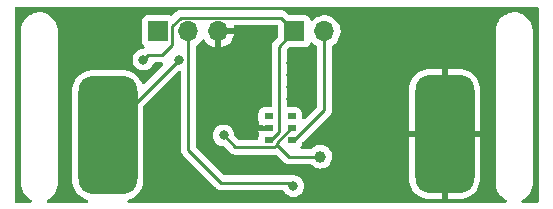
<source format=gbr>
%TF.GenerationSoftware,KiCad,Pcbnew,(6.0.4)*%
%TF.CreationDate,2022-08-01T11:19:28+10:00*%
%TF.ProjectId,GSR + ST V2,47535220-2b20-4535-9420-56322e6b6963,rev?*%
%TF.SameCoordinates,Original*%
%TF.FileFunction,Copper,L2,Bot*%
%TF.FilePolarity,Positive*%
%FSLAX46Y46*%
G04 Gerber Fmt 4.6, Leading zero omitted, Abs format (unit mm)*
G04 Created by KiCad (PCBNEW (6.0.4)) date 2022-08-01 11:19:28*
%MOMM*%
%LPD*%
G01*
G04 APERTURE LIST*
G04 Aperture macros list*
%AMRoundRect*
0 Rectangle with rounded corners*
0 $1 Rounding radius*
0 $2 $3 $4 $5 $6 $7 $8 $9 X,Y pos of 4 corners*
0 Add a 4 corners polygon primitive as box body*
4,1,4,$2,$3,$4,$5,$6,$7,$8,$9,$2,$3,0*
0 Add four circle primitives for the rounded corners*
1,1,$1+$1,$2,$3*
1,1,$1+$1,$4,$5*
1,1,$1+$1,$6,$7*
1,1,$1+$1,$8,$9*
0 Add four rect primitives between the rounded corners*
20,1,$1+$1,$2,$3,$4,$5,0*
20,1,$1+$1,$4,$5,$6,$7,0*
20,1,$1+$1,$6,$7,$8,$9,0*
20,1,$1+$1,$8,$9,$2,$3,0*%
G04 Aperture macros list end*
%TA.AperFunction,ComponentPad*%
%ADD10R,1.700000X1.700000*%
%TD*%
%TA.AperFunction,ComponentPad*%
%ADD11O,1.700000X1.700000*%
%TD*%
%TA.AperFunction,SMDPad,CuDef*%
%ADD12RoundRect,0.037100X0.317900X0.227900X-0.317900X0.227900X-0.317900X-0.227900X0.317900X-0.227900X0*%
%TD*%
%TA.AperFunction,SMDPad,CuDef*%
%ADD13RoundRect,1.250000X-1.250000X3.750000X-1.250000X-3.750000X1.250000X-3.750000X1.250000X3.750000X0*%
%TD*%
%TA.AperFunction,SMDPad,CuDef*%
%ADD14C,1.000000*%
%TD*%
%TA.AperFunction,ViaPad*%
%ADD15C,0.800000*%
%TD*%
%TA.AperFunction,Conductor*%
%ADD16C,0.250000*%
%TD*%
G04 APERTURE END LIST*
D10*
%TO.P,J2,1,Pin_1*%
%TO.N,Net-(J2-Pad1)*%
X198200000Y-108000000D03*
D11*
%TO.P,J2,2,Pin_2*%
%TO.N,Net-(J2-Pad2)*%
X200740000Y-108000000D03*
%TD*%
D10*
%TO.P,J1,1,Pin_1*%
%TO.N,+3V3*%
X186675000Y-108000000D03*
D11*
%TO.P,J1,2,Pin_2*%
%TO.N,Net-(C7-Pad1)*%
X189215000Y-108000000D03*
%TO.P,J1,3,Pin_3*%
%TO.N,GND*%
X191755000Y-108000000D03*
%TD*%
D12*
%TO.P,U4,1,NC*%
%TO.N,unconnected-(U4-Pad1)*%
X197985000Y-115200000D03*
%TO.P,U4,2,VDD*%
%TO.N,Net-(C8-Pad1)*%
X197985000Y-116200000D03*
%TO.P,U4,3,SCL*%
%TO.N,Net-(J2-Pad2)*%
X197985000Y-117200000D03*
%TO.P,U4,4,SDA*%
%TO.N,Net-(J2-Pad1)*%
X196015000Y-117200000D03*
%TO.P,U4,5,GND*%
%TO.N,GND*%
X196015000Y-116200000D03*
%TO.P,U4,6,NC*%
%TO.N,unconnected-(U4-Pad6)*%
X196015000Y-115200000D03*
%TD*%
D13*
%TO.P,U2,1,Electrode_1*%
%TO.N,GND*%
X210905000Y-116695000D03*
%TD*%
D14*
%TO.P,TP1,1,1*%
%TO.N,Net-(C8-Pad1)*%
X200400000Y-118600000D03*
%TD*%
D13*
%TO.P,U1,1,Electrode_1*%
%TO.N,Net-(C3-Pad2)*%
X182400000Y-116800000D03*
%TD*%
D15*
%TO.N,GND*%
X178600000Y-118200000D03*
X187200000Y-114500000D03*
X182000000Y-108100000D03*
X179600000Y-106900000D03*
X194400000Y-108200000D03*
X178400000Y-122000000D03*
X186800000Y-122000000D03*
X215000000Y-106500000D03*
X213000000Y-106500000D03*
X179600000Y-109200000D03*
X207100000Y-113300000D03*
X195600000Y-109700000D03*
X180800000Y-108100000D03*
X197900000Y-110700000D03*
X207100000Y-114200000D03*
X193900000Y-122000000D03*
X195600000Y-111700000D03*
X202600000Y-119000000D03*
X180800000Y-106900000D03*
X197900000Y-111700000D03*
X207100000Y-115100000D03*
X202600000Y-117800000D03*
X180800000Y-109200000D03*
X197900000Y-113700000D03*
X190000000Y-122000000D03*
X188200000Y-114500000D03*
X182000000Y-106900000D03*
X214900000Y-121900000D03*
X179600000Y-108100000D03*
X195600000Y-110700000D03*
X214000000Y-106500000D03*
X194400000Y-109200000D03*
X197900000Y-112700000D03*
X186200000Y-114500000D03*
X212000000Y-106500000D03*
%TO.N,Net-(C3-Pad2)*%
X188400000Y-110400000D03*
%TO.N,Net-(C7-Pad1)*%
X198100000Y-121100497D03*
%TO.N,Net-(C8-Pad1)*%
X192200000Y-116800000D03*
%TO.N,Net-(J2-Pad1)*%
X185400000Y-110400000D03*
%TD*%
D16*
%TO.N,Net-(C3-Pad2)*%
X182400000Y-116800000D02*
X182400000Y-116400000D01*
X182400000Y-116400000D02*
X188400000Y-110400000D01*
%TO.N,Net-(C7-Pad1)*%
X192000000Y-120800000D02*
X189215000Y-118015000D01*
X198100000Y-121100497D02*
X197799503Y-120800000D01*
X189215000Y-118015000D02*
X189215000Y-108000000D01*
X197799503Y-120800000D02*
X192000000Y-120800000D01*
%TO.N,Net-(C8-Pad1)*%
X193200000Y-117800000D02*
X192200000Y-116800000D01*
X196694520Y-117433273D02*
X196694520Y-117577687D01*
X196472207Y-117800000D02*
X193200000Y-117800000D01*
X197716833Y-118600000D02*
X196694520Y-117577687D01*
X200400000Y-118600000D02*
X197716833Y-118600000D01*
X196694520Y-117577687D02*
X196472207Y-117800000D01*
X197927793Y-116200000D02*
X196694520Y-117433273D01*
X197985000Y-116200000D02*
X197927793Y-116200000D01*
%TO.N,Net-(J2-Pad1)*%
X187024022Y-110000000D02*
X187849511Y-109174511D01*
X187849511Y-107550489D02*
X188574511Y-106825489D01*
X198200000Y-108000000D02*
X196900000Y-109300000D01*
X188574511Y-106825489D02*
X197025489Y-106825489D01*
X196900000Y-116500000D02*
X196200000Y-117200000D01*
X185400000Y-110400000D02*
X185800000Y-110000000D01*
X197025489Y-106825489D02*
X198200000Y-108000000D01*
X196900000Y-109300000D02*
X196900000Y-116500000D01*
X187849511Y-109174511D02*
X187849511Y-107550489D01*
X185800000Y-110000000D02*
X187024022Y-110000000D01*
X196200000Y-117200000D02*
X196015000Y-117200000D01*
%TO.N,Net-(J2-Pad2)*%
X198179822Y-117200000D02*
X200740000Y-114639822D01*
X197985000Y-117200000D02*
X198179822Y-117200000D01*
X200740000Y-114639822D02*
X200740000Y-108000000D01*
%TD*%
%TA.AperFunction,Conductor*%
%TO.N,GND*%
G36*
X218833621Y-105928502D02*
G01*
X218880114Y-105982158D01*
X218891500Y-106034500D01*
X218891500Y-122365500D01*
X218871498Y-122433621D01*
X218817842Y-122480114D01*
X218765500Y-122491500D01*
X217535946Y-122491500D01*
X217467825Y-122471498D01*
X217421332Y-122417842D01*
X217411228Y-122347568D01*
X217440722Y-122282988D01*
X217482696Y-122251305D01*
X217483501Y-122250930D01*
X217506550Y-122240182D01*
X217567731Y-122211653D01*
X217567735Y-122211651D01*
X217572313Y-122209516D01*
X217581901Y-122203000D01*
X217775552Y-122071395D01*
X217775556Y-122071392D01*
X217779739Y-122068549D01*
X217807015Y-122042756D01*
X217958279Y-121899713D01*
X217961959Y-121896233D01*
X217965490Y-121891615D01*
X218111212Y-121701019D01*
X218111215Y-121701015D01*
X218114285Y-121696999D01*
X218232797Y-121475974D01*
X218236312Y-121465768D01*
X218312799Y-121243633D01*
X218314448Y-121238844D01*
X218332331Y-121135311D01*
X218356460Y-120995620D01*
X218356461Y-120995614D01*
X218357135Y-120991710D01*
X218358500Y-120961650D01*
X218358500Y-107886985D01*
X218358298Y-107884472D01*
X218343863Y-107705056D01*
X218343862Y-107705051D01*
X218343457Y-107700015D01*
X218322744Y-107615685D01*
X218284841Y-107461375D01*
X218283634Y-107456461D01*
X218239078Y-107351492D01*
X218187617Y-107230259D01*
X218187617Y-107230258D01*
X218185641Y-107225604D01*
X218078704Y-107055791D01*
X218054696Y-107017666D01*
X218054695Y-107017665D01*
X218052000Y-107013385D01*
X217886147Y-106825262D01*
X217692351Y-106666076D01*
X217475596Y-106539922D01*
X217470873Y-106538109D01*
X217470871Y-106538108D01*
X217246181Y-106451857D01*
X217246183Y-106451857D01*
X217241461Y-106450045D01*
X217236515Y-106449012D01*
X217236509Y-106449010D01*
X217000921Y-106399794D01*
X217000922Y-106399794D01*
X216995967Y-106398759D01*
X216990918Y-106398530D01*
X216990912Y-106398529D01*
X216876494Y-106393334D01*
X216745432Y-106387382D01*
X216740412Y-106387963D01*
X216740408Y-106387963D01*
X216649093Y-106398529D01*
X216496301Y-106416208D01*
X216491427Y-106417587D01*
X216491423Y-106417588D01*
X216259852Y-106483116D01*
X216259850Y-106483117D01*
X216254983Y-106484494D01*
X216250408Y-106486628D01*
X216250401Y-106486630D01*
X216032269Y-106588347D01*
X216032265Y-106588349D01*
X216027687Y-106590484D01*
X216023506Y-106593326D01*
X216023505Y-106593326D01*
X215824448Y-106728605D01*
X215824444Y-106728608D01*
X215820261Y-106731451D01*
X215816584Y-106734928D01*
X215816583Y-106734929D01*
X215761795Y-106786739D01*
X215638041Y-106903767D01*
X215634963Y-106907793D01*
X215634962Y-106907794D01*
X215488788Y-107098981D01*
X215488785Y-107098985D01*
X215485715Y-107103001D01*
X215367203Y-107324026D01*
X215365557Y-107328807D01*
X215365555Y-107328811D01*
X215313844Y-107478991D01*
X215285552Y-107561156D01*
X215284690Y-107566148D01*
X215251658Y-107757386D01*
X215242865Y-107808290D01*
X215241500Y-107838350D01*
X215241500Y-120913015D01*
X215241702Y-120915523D01*
X215241702Y-120915528D01*
X215247832Y-120991710D01*
X215256543Y-121099985D01*
X215257748Y-121104893D01*
X215257749Y-121104896D01*
X215294285Y-121253643D01*
X215316366Y-121343539D01*
X215318341Y-121348191D01*
X215318342Y-121348195D01*
X215378404Y-121489691D01*
X215414359Y-121574396D01*
X215494880Y-121702262D01*
X215540341Y-121774452D01*
X215548000Y-121786615D01*
X215713853Y-121974738D01*
X215907649Y-122133924D01*
X216110078Y-122251740D01*
X216118430Y-122256601D01*
X216167244Y-122308155D01*
X216180437Y-122377915D01*
X216153820Y-122443733D01*
X216095845Y-122484713D01*
X216055050Y-122491500D01*
X184169217Y-122491500D01*
X184101096Y-122471498D01*
X184054603Y-122417842D01*
X184044499Y-122347568D01*
X184073993Y-122282988D01*
X184127054Y-122246764D01*
X184239951Y-122206674D01*
X184361624Y-122163468D01*
X184365748Y-122161271D01*
X184365754Y-122161268D01*
X184546293Y-122065071D01*
X184592293Y-122040561D01*
X184738262Y-121932353D01*
X184798514Y-121887688D01*
X184798519Y-121887684D01*
X184802262Y-121884909D01*
X184805555Y-121881611D01*
X184805560Y-121881606D01*
X184983615Y-121703240D01*
X184983616Y-121703238D01*
X184986918Y-121699931D01*
X185142203Y-121489691D01*
X185152020Y-121471189D01*
X185262519Y-121262933D01*
X185262520Y-121262931D01*
X185264708Y-121258807D01*
X185322574Y-121094944D01*
X185350183Y-121016763D01*
X185350184Y-121016759D01*
X185351740Y-121012353D01*
X185354978Y-120995620D01*
X185400594Y-120759844D01*
X185401388Y-120755741D01*
X185408500Y-120634241D01*
X185408499Y-114339595D01*
X185428501Y-114271474D01*
X185445404Y-114250500D01*
X188350499Y-111345405D01*
X188412811Y-111311379D01*
X188439594Y-111308500D01*
X188455500Y-111308500D01*
X188523621Y-111328502D01*
X188570114Y-111382158D01*
X188581500Y-111434500D01*
X188581500Y-117936233D01*
X188580973Y-117947416D01*
X188579298Y-117954909D01*
X188579547Y-117962835D01*
X188579547Y-117962836D01*
X188581438Y-118022986D01*
X188581500Y-118026945D01*
X188581500Y-118054856D01*
X188581997Y-118058790D01*
X188581997Y-118058791D01*
X188582005Y-118058856D01*
X188582938Y-118070693D01*
X188584327Y-118114889D01*
X188589978Y-118134339D01*
X188593987Y-118153700D01*
X188596526Y-118173797D01*
X188599445Y-118181168D01*
X188599445Y-118181170D01*
X188612804Y-118214912D01*
X188616649Y-118226142D01*
X188628982Y-118268593D01*
X188633015Y-118275412D01*
X188633017Y-118275417D01*
X188639293Y-118286028D01*
X188647988Y-118303776D01*
X188655448Y-118322617D01*
X188660110Y-118329033D01*
X188660110Y-118329034D01*
X188681436Y-118358387D01*
X188687952Y-118368307D01*
X188704133Y-118395667D01*
X188710458Y-118406362D01*
X188724779Y-118420683D01*
X188737619Y-118435716D01*
X188749528Y-118452107D01*
X188783605Y-118480298D01*
X188792384Y-118488288D01*
X191496348Y-121192253D01*
X191503888Y-121200539D01*
X191508000Y-121207018D01*
X191513777Y-121212443D01*
X191557651Y-121253643D01*
X191560493Y-121256398D01*
X191580230Y-121276135D01*
X191583427Y-121278615D01*
X191592447Y-121286318D01*
X191624679Y-121316586D01*
X191631625Y-121320405D01*
X191631628Y-121320407D01*
X191642434Y-121326348D01*
X191658953Y-121337199D01*
X191674959Y-121349614D01*
X191682228Y-121352759D01*
X191682232Y-121352762D01*
X191715537Y-121367174D01*
X191726187Y-121372391D01*
X191764940Y-121393695D01*
X191772615Y-121395666D01*
X191772616Y-121395666D01*
X191784562Y-121398733D01*
X191803267Y-121405137D01*
X191821855Y-121413181D01*
X191829678Y-121414420D01*
X191829688Y-121414423D01*
X191865524Y-121420099D01*
X191877144Y-121422505D01*
X191912289Y-121431528D01*
X191919970Y-121433500D01*
X191940224Y-121433500D01*
X191959934Y-121435051D01*
X191979943Y-121438220D01*
X191987835Y-121437474D01*
X192023961Y-121434059D01*
X192035819Y-121433500D01*
X197170469Y-121433500D01*
X197238590Y-121453502D01*
X197279587Y-121496499D01*
X197360960Y-121637441D01*
X197365378Y-121642348D01*
X197365379Y-121642349D01*
X197484325Y-121774452D01*
X197488747Y-121779363D01*
X197643248Y-121891615D01*
X197649276Y-121894299D01*
X197649278Y-121894300D01*
X197811681Y-121966606D01*
X197817712Y-121969291D01*
X197911112Y-121989144D01*
X197998056Y-122007625D01*
X197998061Y-122007625D01*
X198004513Y-122008997D01*
X198195487Y-122008997D01*
X198201939Y-122007625D01*
X198201944Y-122007625D01*
X198288888Y-121989144D01*
X198382288Y-121969291D01*
X198388319Y-121966606D01*
X198550722Y-121894300D01*
X198550724Y-121894299D01*
X198556752Y-121891615D01*
X198711253Y-121779363D01*
X198715675Y-121774452D01*
X198834621Y-121642349D01*
X198834622Y-121642348D01*
X198839040Y-121637441D01*
X198897314Y-121536507D01*
X198931223Y-121477776D01*
X198931224Y-121477775D01*
X198934527Y-121472053D01*
X198993542Y-121290425D01*
X198996432Y-121262933D01*
X199012814Y-121107062D01*
X199013504Y-121100497D01*
X198993542Y-120910569D01*
X198934527Y-120728941D01*
X198839040Y-120563553D01*
X198806414Y-120527318D01*
X207897000Y-120527318D01*
X207897114Y-120531116D01*
X207904220Y-120649555D01*
X207905274Y-120657851D01*
X207953657Y-120905601D01*
X207956118Y-120914598D01*
X208040424Y-121152011D01*
X208044189Y-121160549D01*
X208162665Y-121382902D01*
X208167647Y-121390781D01*
X208317692Y-121593187D01*
X208323774Y-121600233D01*
X208502087Y-121778235D01*
X208509160Y-121784318D01*
X208711815Y-121934001D01*
X208719705Y-121938970D01*
X208942268Y-122057060D01*
X208950801Y-122060805D01*
X209188369Y-122144700D01*
X209197367Y-122147145D01*
X209445215Y-122195096D01*
X209453488Y-122196134D01*
X209568960Y-122202893D01*
X209572609Y-122203000D01*
X210632885Y-122203000D01*
X210648124Y-122198525D01*
X210649329Y-122197135D01*
X210651000Y-122189452D01*
X210651000Y-122184885D01*
X211159000Y-122184885D01*
X211163475Y-122200124D01*
X211164865Y-122201329D01*
X211172548Y-122203000D01*
X212237318Y-122203000D01*
X212241116Y-122202886D01*
X212359555Y-122195780D01*
X212367851Y-122194726D01*
X212615601Y-122146343D01*
X212624598Y-122143882D01*
X212862011Y-122059576D01*
X212870549Y-122055811D01*
X213092902Y-121937335D01*
X213100781Y-121932353D01*
X213303187Y-121782308D01*
X213310233Y-121776226D01*
X213488235Y-121597913D01*
X213494318Y-121590840D01*
X213644001Y-121388185D01*
X213648970Y-121380295D01*
X213767060Y-121157732D01*
X213770805Y-121149199D01*
X213854700Y-120911631D01*
X213857145Y-120902633D01*
X213905096Y-120654785D01*
X213906134Y-120646512D01*
X213912893Y-120531040D01*
X213913000Y-120527391D01*
X213913000Y-116967115D01*
X213908525Y-116951876D01*
X213907135Y-116950671D01*
X213899452Y-116949000D01*
X211177115Y-116949000D01*
X211161876Y-116953475D01*
X211160671Y-116954865D01*
X211159000Y-116962548D01*
X211159000Y-122184885D01*
X210651000Y-122184885D01*
X210651000Y-116967115D01*
X210646525Y-116951876D01*
X210645135Y-116950671D01*
X210637452Y-116949000D01*
X207915115Y-116949000D01*
X207899876Y-116953475D01*
X207898671Y-116954865D01*
X207897000Y-116962548D01*
X207897000Y-120527318D01*
X198806414Y-120527318D01*
X198711253Y-120421631D01*
X198556752Y-120309379D01*
X198550724Y-120306695D01*
X198550722Y-120306694D01*
X198388319Y-120234388D01*
X198388318Y-120234388D01*
X198382288Y-120231703D01*
X198288887Y-120211850D01*
X198201944Y-120193369D01*
X198201939Y-120193369D01*
X198195487Y-120191997D01*
X198009843Y-120191997D01*
X197979698Y-120187706D01*
X197977648Y-120186819D01*
X197969825Y-120185580D01*
X197969815Y-120185577D01*
X197933979Y-120179901D01*
X197922359Y-120177495D01*
X197887214Y-120168472D01*
X197887213Y-120168472D01*
X197879533Y-120166500D01*
X197859279Y-120166500D01*
X197839568Y-120164949D01*
X197827389Y-120163020D01*
X197819560Y-120161780D01*
X197811668Y-120162526D01*
X197775542Y-120165941D01*
X197763684Y-120166500D01*
X192314594Y-120166500D01*
X192246473Y-120146498D01*
X192225499Y-120129595D01*
X189885405Y-117789500D01*
X189851379Y-117727188D01*
X189848500Y-117700405D01*
X189848500Y-109280427D01*
X189868502Y-109212306D01*
X189909618Y-109172550D01*
X189912994Y-109170896D01*
X190094860Y-109041173D01*
X190109888Y-109026198D01*
X190238616Y-108897918D01*
X190253096Y-108883489D01*
X190271663Y-108857651D01*
X190383453Y-108702077D01*
X190384640Y-108702930D01*
X190431960Y-108659362D01*
X190501897Y-108647145D01*
X190567338Y-108674678D01*
X190595166Y-108706511D01*
X190652694Y-108800388D01*
X190658777Y-108808699D01*
X190798213Y-108969667D01*
X190805580Y-108976883D01*
X190969434Y-109112916D01*
X190977881Y-109118831D01*
X191161756Y-109226279D01*
X191171042Y-109230729D01*
X191370001Y-109306703D01*
X191379899Y-109309579D01*
X191483250Y-109330606D01*
X191497299Y-109329410D01*
X191501000Y-109319065D01*
X191501000Y-109318517D01*
X192009000Y-109318517D01*
X192013064Y-109332359D01*
X192026478Y-109334393D01*
X192033184Y-109333534D01*
X192043262Y-109331392D01*
X192247255Y-109270191D01*
X192256842Y-109266433D01*
X192448095Y-109172739D01*
X192456945Y-109167464D01*
X192630328Y-109043792D01*
X192638200Y-109037139D01*
X192789052Y-108886812D01*
X192795730Y-108878965D01*
X192920003Y-108706020D01*
X192925313Y-108697183D01*
X193019670Y-108506267D01*
X193023469Y-108496672D01*
X193085377Y-108292910D01*
X193087555Y-108282837D01*
X193088986Y-108271962D01*
X193086775Y-108257778D01*
X193073617Y-108254000D01*
X192027115Y-108254000D01*
X192011876Y-108258475D01*
X192010671Y-108259865D01*
X192009000Y-108267548D01*
X192009000Y-109318517D01*
X191501000Y-109318517D01*
X191501000Y-107872000D01*
X191521002Y-107803879D01*
X191574658Y-107757386D01*
X191627000Y-107746000D01*
X193073344Y-107746000D01*
X193086875Y-107742027D01*
X193088180Y-107732947D01*
X193058726Y-107615685D01*
X193061530Y-107544743D01*
X193102243Y-107486580D01*
X193167938Y-107459661D01*
X193180930Y-107458989D01*
X196710895Y-107458989D01*
X196779016Y-107478991D01*
X196799990Y-107495894D01*
X196804595Y-107500499D01*
X196838621Y-107562811D01*
X196841500Y-107589594D01*
X196841500Y-108410405D01*
X196821498Y-108478526D01*
X196804595Y-108499500D01*
X196507747Y-108796348D01*
X196499461Y-108803888D01*
X196492982Y-108808000D01*
X196487557Y-108813777D01*
X196446357Y-108857651D01*
X196443602Y-108860493D01*
X196423865Y-108880230D01*
X196421385Y-108883427D01*
X196413682Y-108892447D01*
X196383414Y-108924679D01*
X196379595Y-108931625D01*
X196379593Y-108931628D01*
X196373652Y-108942434D01*
X196362801Y-108958953D01*
X196350386Y-108974959D01*
X196347241Y-108982228D01*
X196347238Y-108982232D01*
X196332826Y-109015537D01*
X196327609Y-109026187D01*
X196306305Y-109064940D01*
X196304334Y-109072615D01*
X196304334Y-109072616D01*
X196301267Y-109084562D01*
X196294863Y-109103266D01*
X196286819Y-109121855D01*
X196285580Y-109129678D01*
X196285577Y-109129688D01*
X196279901Y-109165524D01*
X196277495Y-109177144D01*
X196266500Y-109219970D01*
X196266500Y-109240224D01*
X196264949Y-109259934D01*
X196261780Y-109279943D01*
X196262526Y-109287835D01*
X196265941Y-109323961D01*
X196266500Y-109335819D01*
X196266500Y-114300500D01*
X196246498Y-114368621D01*
X196192842Y-114415114D01*
X196140500Y-114426500D01*
X195672596Y-114426501D01*
X195654708Y-114426501D01*
X195609502Y-114431971D01*
X195573762Y-114436295D01*
X195573759Y-114436296D01*
X195565732Y-114437267D01*
X195558215Y-114440243D01*
X195558212Y-114440244D01*
X195434728Y-114489135D01*
X195434726Y-114489136D01*
X195426745Y-114492296D01*
X195307675Y-114582675D01*
X195217296Y-114701745D01*
X195162267Y-114840732D01*
X195151500Y-114929707D01*
X195151501Y-115470292D01*
X195162267Y-115559268D01*
X195165244Y-115566787D01*
X195165245Y-115566791D01*
X195199891Y-115654297D01*
X195206370Y-115724997D01*
X195199891Y-115747063D01*
X195165737Y-115833329D01*
X195161786Y-115848887D01*
X195152456Y-115925985D01*
X195152283Y-115928848D01*
X195156475Y-115943124D01*
X195157865Y-115944329D01*
X195165548Y-115946000D01*
X195499434Y-115946000D01*
X195545816Y-115954848D01*
X195565732Y-115962733D01*
X195654707Y-115973500D01*
X195672567Y-115973500D01*
X196140501Y-115973499D01*
X196208621Y-115993501D01*
X196255114Y-116047156D01*
X196266500Y-116099499D01*
X196266500Y-116185405D01*
X196246498Y-116253526D01*
X196229595Y-116274500D01*
X196114500Y-116389595D01*
X196052188Y-116423621D01*
X196025405Y-116426500D01*
X195683374Y-116426501D01*
X195654708Y-116426501D01*
X195592085Y-116434078D01*
X195573764Y-116436295D01*
X195573763Y-116436295D01*
X195565732Y-116437267D01*
X195545816Y-116445152D01*
X195499434Y-116454000D01*
X195170115Y-116454000D01*
X195154876Y-116458475D01*
X195153671Y-116459865D01*
X195152051Y-116467312D01*
X195152456Y-116474015D01*
X195161786Y-116551113D01*
X195165737Y-116566671D01*
X195199891Y-116652937D01*
X195206370Y-116723638D01*
X195199891Y-116745703D01*
X195188176Y-116775293D01*
X195162267Y-116840732D01*
X195151500Y-116929707D01*
X195151500Y-117040500D01*
X195131498Y-117108621D01*
X195077842Y-117155114D01*
X195025500Y-117166500D01*
X193514594Y-117166500D01*
X193446473Y-117146498D01*
X193425499Y-117129595D01*
X193147122Y-116851218D01*
X193113096Y-116788906D01*
X193110907Y-116775293D01*
X193094232Y-116616635D01*
X193094232Y-116616633D01*
X193093542Y-116610072D01*
X193034527Y-116428444D01*
X193012098Y-116389595D01*
X192942341Y-116268774D01*
X192939040Y-116263056D01*
X192811253Y-116121134D01*
X192656752Y-116008882D01*
X192650724Y-116006198D01*
X192650722Y-116006197D01*
X192488319Y-115933891D01*
X192488318Y-115933891D01*
X192482288Y-115931206D01*
X192388887Y-115911353D01*
X192301944Y-115892872D01*
X192301939Y-115892872D01*
X192295487Y-115891500D01*
X192104513Y-115891500D01*
X192098061Y-115892872D01*
X192098056Y-115892872D01*
X192011113Y-115911353D01*
X191917712Y-115931206D01*
X191911682Y-115933891D01*
X191911681Y-115933891D01*
X191749278Y-116006197D01*
X191749276Y-116006198D01*
X191743248Y-116008882D01*
X191588747Y-116121134D01*
X191460960Y-116263056D01*
X191457659Y-116268774D01*
X191387903Y-116389595D01*
X191365473Y-116428444D01*
X191306458Y-116610072D01*
X191286496Y-116800000D01*
X191287186Y-116806565D01*
X191302459Y-116951876D01*
X191306458Y-116989928D01*
X191365473Y-117171556D01*
X191460960Y-117336944D01*
X191465378Y-117341851D01*
X191465379Y-117341852D01*
X191584325Y-117473955D01*
X191588747Y-117478866D01*
X191743248Y-117591118D01*
X191749276Y-117593802D01*
X191749278Y-117593803D01*
X191911681Y-117666109D01*
X191917712Y-117668794D01*
X192011112Y-117688647D01*
X192098056Y-117707128D01*
X192098061Y-117707128D01*
X192104513Y-117708500D01*
X192160406Y-117708500D01*
X192228527Y-117728502D01*
X192249501Y-117745405D01*
X192696343Y-118192247D01*
X192703887Y-118200537D01*
X192708000Y-118207018D01*
X192713777Y-118212443D01*
X192757667Y-118253658D01*
X192760509Y-118256413D01*
X192780231Y-118276135D01*
X192783355Y-118278558D01*
X192783359Y-118278562D01*
X192783424Y-118278612D01*
X192792445Y-118286317D01*
X192824679Y-118316586D01*
X192831627Y-118320405D01*
X192831629Y-118320407D01*
X192842432Y-118326346D01*
X192858959Y-118337202D01*
X192868698Y-118344757D01*
X192868700Y-118344758D01*
X192874960Y-118349614D01*
X192915540Y-118367174D01*
X192926188Y-118372391D01*
X192964940Y-118393695D01*
X192972616Y-118395666D01*
X192972619Y-118395667D01*
X192984562Y-118398733D01*
X193003266Y-118405137D01*
X193012889Y-118409301D01*
X193021855Y-118413181D01*
X193029678Y-118414420D01*
X193029688Y-118414423D01*
X193065524Y-118420099D01*
X193077144Y-118422505D01*
X193102353Y-118428977D01*
X193119970Y-118433500D01*
X193140224Y-118433500D01*
X193159934Y-118435051D01*
X193179943Y-118438220D01*
X193187835Y-118437474D01*
X193206580Y-118435702D01*
X193223962Y-118434059D01*
X193235819Y-118433500D01*
X196393440Y-118433500D01*
X196404623Y-118434027D01*
X196412116Y-118435702D01*
X196420042Y-118435453D01*
X196420043Y-118435453D01*
X196480193Y-118433562D01*
X196484152Y-118433500D01*
X196512063Y-118433500D01*
X196515998Y-118433003D01*
X196516063Y-118432995D01*
X196527900Y-118432062D01*
X196572096Y-118430673D01*
X196577478Y-118429109D01*
X196646864Y-118438077D01*
X196685259Y-118464331D01*
X197213181Y-118992253D01*
X197220721Y-119000539D01*
X197224833Y-119007018D01*
X197230610Y-119012443D01*
X197274484Y-119053643D01*
X197277326Y-119056398D01*
X197297063Y-119076135D01*
X197300260Y-119078615D01*
X197309280Y-119086318D01*
X197341512Y-119116586D01*
X197348458Y-119120405D01*
X197348461Y-119120407D01*
X197359267Y-119126348D01*
X197375786Y-119137199D01*
X197391792Y-119149614D01*
X197399061Y-119152759D01*
X197399065Y-119152762D01*
X197432370Y-119167174D01*
X197443020Y-119172391D01*
X197481773Y-119193695D01*
X197489448Y-119195666D01*
X197489449Y-119195666D01*
X197501395Y-119198733D01*
X197520100Y-119205137D01*
X197538688Y-119213181D01*
X197546511Y-119214420D01*
X197546521Y-119214423D01*
X197582357Y-119220099D01*
X197593977Y-119222505D01*
X197629122Y-119231528D01*
X197636803Y-119233500D01*
X197657057Y-119233500D01*
X197676767Y-119235051D01*
X197696776Y-119238220D01*
X197704668Y-119237474D01*
X197740794Y-119234059D01*
X197752652Y-119233500D01*
X199554284Y-119233500D01*
X199622405Y-119253502D01*
X199653029Y-119281235D01*
X199671035Y-119303953D01*
X199821650Y-119432136D01*
X199994294Y-119528624D01*
X200182392Y-119589740D01*
X200378777Y-119613158D01*
X200384912Y-119612686D01*
X200384914Y-119612686D01*
X200569830Y-119598457D01*
X200569834Y-119598456D01*
X200575972Y-119597984D01*
X200766463Y-119544798D01*
X200771967Y-119542018D01*
X200771969Y-119542017D01*
X200937495Y-119458404D01*
X200937497Y-119458403D01*
X200942996Y-119455625D01*
X201098847Y-119333861D01*
X201209958Y-119205137D01*
X201224049Y-119188813D01*
X201224050Y-119188811D01*
X201228078Y-119184145D01*
X201325769Y-119012179D01*
X201388197Y-118824513D01*
X201412985Y-118628295D01*
X201413380Y-118600000D01*
X201394080Y-118403167D01*
X201336916Y-118213831D01*
X201244066Y-118039204D01*
X201160085Y-117936233D01*
X201122960Y-117890713D01*
X201122957Y-117890710D01*
X201119065Y-117885938D01*
X201112718Y-117880687D01*
X200971425Y-117763799D01*
X200971421Y-117763797D01*
X200966675Y-117759870D01*
X200792701Y-117665802D01*
X200603768Y-117607318D01*
X200597643Y-117606674D01*
X200597642Y-117606674D01*
X200413204Y-117587289D01*
X200413202Y-117587289D01*
X200407075Y-117586645D01*
X200328422Y-117593803D01*
X200216251Y-117604011D01*
X200216248Y-117604012D01*
X200210112Y-117604570D01*
X200204206Y-117606308D01*
X200204202Y-117606309D01*
X200099076Y-117637249D01*
X200020381Y-117660410D01*
X200014923Y-117663263D01*
X200014919Y-117663265D01*
X199943878Y-117700405D01*
X199845110Y-117752040D01*
X199690975Y-117875968D01*
X199652776Y-117921492D01*
X199593667Y-117960818D01*
X199556255Y-117966500D01*
X198832920Y-117966500D01*
X198764799Y-117946498D01*
X198718306Y-117892842D01*
X198708202Y-117822568D01*
X198732556Y-117764323D01*
X198782704Y-117698255D01*
X198794369Y-117668794D01*
X198820018Y-117604011D01*
X198837733Y-117559268D01*
X198848500Y-117470293D01*
X198848893Y-117470341D01*
X198872204Y-117405630D01*
X198884819Y-117390907D01*
X199852841Y-116422885D01*
X207897000Y-116422885D01*
X207901475Y-116438124D01*
X207902865Y-116439329D01*
X207910548Y-116441000D01*
X210632885Y-116441000D01*
X210648124Y-116436525D01*
X210649329Y-116435135D01*
X210651000Y-116427452D01*
X210651000Y-116422885D01*
X211159000Y-116422885D01*
X211163475Y-116438124D01*
X211164865Y-116439329D01*
X211172548Y-116441000D01*
X213894885Y-116441000D01*
X213910124Y-116436525D01*
X213911329Y-116435135D01*
X213913000Y-116427452D01*
X213913000Y-112862682D01*
X213912886Y-112858884D01*
X213905780Y-112740445D01*
X213904726Y-112732149D01*
X213856343Y-112484399D01*
X213853882Y-112475402D01*
X213769576Y-112237989D01*
X213765811Y-112229451D01*
X213647335Y-112007098D01*
X213642353Y-111999219D01*
X213492308Y-111796813D01*
X213486226Y-111789767D01*
X213307913Y-111611765D01*
X213300840Y-111605682D01*
X213098185Y-111455999D01*
X213090295Y-111451030D01*
X212867732Y-111332940D01*
X212859199Y-111329195D01*
X212621631Y-111245300D01*
X212612633Y-111242855D01*
X212364785Y-111194904D01*
X212356512Y-111193866D01*
X212241040Y-111187107D01*
X212237391Y-111187000D01*
X211177115Y-111187000D01*
X211161876Y-111191475D01*
X211160671Y-111192865D01*
X211159000Y-111200548D01*
X211159000Y-116422885D01*
X210651000Y-116422885D01*
X210651000Y-111205115D01*
X210646525Y-111189876D01*
X210645135Y-111188671D01*
X210637452Y-111187000D01*
X209572682Y-111187000D01*
X209568884Y-111187114D01*
X209450445Y-111194220D01*
X209442149Y-111195274D01*
X209194399Y-111243657D01*
X209185402Y-111246118D01*
X208947989Y-111330424D01*
X208939451Y-111334189D01*
X208717098Y-111452665D01*
X208709219Y-111457647D01*
X208506813Y-111607692D01*
X208499767Y-111613774D01*
X208321765Y-111792087D01*
X208315682Y-111799160D01*
X208165999Y-112001815D01*
X208161030Y-112009705D01*
X208042940Y-112232268D01*
X208039195Y-112240801D01*
X207955300Y-112478369D01*
X207952855Y-112487367D01*
X207904904Y-112735215D01*
X207903866Y-112743488D01*
X207897107Y-112858960D01*
X207897000Y-112862609D01*
X207897000Y-116422885D01*
X199852841Y-116422885D01*
X201132247Y-115143479D01*
X201140537Y-115135935D01*
X201147018Y-115131822D01*
X201193659Y-115082154D01*
X201196413Y-115079313D01*
X201216134Y-115059592D01*
X201218612Y-115056397D01*
X201226318Y-115047375D01*
X201251158Y-115020923D01*
X201256586Y-115015143D01*
X201266346Y-114997390D01*
X201277199Y-114980867D01*
X201284753Y-114971128D01*
X201289613Y-114964863D01*
X201307176Y-114924279D01*
X201312383Y-114913649D01*
X201333695Y-114874882D01*
X201335666Y-114867205D01*
X201335668Y-114867200D01*
X201338732Y-114855264D01*
X201345138Y-114836552D01*
X201346584Y-114833212D01*
X201353181Y-114817967D01*
X201360097Y-114774303D01*
X201362504Y-114762682D01*
X201371528Y-114727533D01*
X201371528Y-114727532D01*
X201373500Y-114719852D01*
X201373500Y-114699591D01*
X201375051Y-114679880D01*
X201376979Y-114667707D01*
X201378219Y-114659879D01*
X201374059Y-114615868D01*
X201373500Y-114604011D01*
X201373500Y-109280427D01*
X201393502Y-109212306D01*
X201434618Y-109172550D01*
X201437994Y-109170896D01*
X201619860Y-109041173D01*
X201634888Y-109026198D01*
X201763616Y-108897918D01*
X201778096Y-108883489D01*
X201796663Y-108857651D01*
X201905435Y-108706277D01*
X201908453Y-108702077D01*
X201921995Y-108674678D01*
X202005136Y-108506453D01*
X202005137Y-108506451D01*
X202007430Y-108501811D01*
X202072370Y-108288069D01*
X202101529Y-108066590D01*
X202103156Y-108000000D01*
X202084852Y-107777361D01*
X202030431Y-107560702D01*
X201941354Y-107355840D01*
X201820014Y-107168277D01*
X201669670Y-107003051D01*
X201665619Y-106999852D01*
X201665615Y-106999848D01*
X201498414Y-106867800D01*
X201498410Y-106867798D01*
X201494359Y-106864598D01*
X201298789Y-106756638D01*
X201293920Y-106754914D01*
X201293916Y-106754912D01*
X201093087Y-106683795D01*
X201093083Y-106683794D01*
X201088212Y-106682069D01*
X201083119Y-106681162D01*
X201083116Y-106681161D01*
X200873373Y-106643800D01*
X200873367Y-106643799D01*
X200868284Y-106642894D01*
X200794452Y-106641992D01*
X200650081Y-106640228D01*
X200650079Y-106640228D01*
X200644911Y-106640165D01*
X200424091Y-106673955D01*
X200211756Y-106743357D01*
X200181443Y-106759137D01*
X200060585Y-106822052D01*
X200013607Y-106846507D01*
X200009474Y-106849610D01*
X200009471Y-106849612D01*
X199839100Y-106977530D01*
X199834965Y-106980635D01*
X199778537Y-107039684D01*
X199754283Y-107065064D01*
X199692759Y-107100494D01*
X199621846Y-107097037D01*
X199564060Y-107055791D01*
X199545207Y-107022243D01*
X199503767Y-106911703D01*
X199500615Y-106903295D01*
X199413261Y-106786739D01*
X199296705Y-106699385D01*
X199160316Y-106648255D01*
X199098134Y-106641500D01*
X197789595Y-106641500D01*
X197721474Y-106621498D01*
X197700500Y-106604595D01*
X197529141Y-106433236D01*
X197521601Y-106424950D01*
X197517489Y-106418471D01*
X197467837Y-106371845D01*
X197464996Y-106369091D01*
X197445259Y-106349354D01*
X197442062Y-106346874D01*
X197433040Y-106339169D01*
X197419611Y-106326558D01*
X197400810Y-106308903D01*
X197393864Y-106305084D01*
X197393861Y-106305082D01*
X197383055Y-106299141D01*
X197366536Y-106288290D01*
X197366072Y-106287930D01*
X197350530Y-106275875D01*
X197343261Y-106272730D01*
X197343257Y-106272727D01*
X197309952Y-106258315D01*
X197299302Y-106253098D01*
X197260549Y-106231794D01*
X197240926Y-106226756D01*
X197222223Y-106220352D01*
X197210909Y-106215456D01*
X197210908Y-106215456D01*
X197203634Y-106212308D01*
X197195811Y-106211069D01*
X197195801Y-106211066D01*
X197159965Y-106205390D01*
X197148345Y-106202984D01*
X197113200Y-106193961D01*
X197113199Y-106193961D01*
X197105519Y-106191989D01*
X197085265Y-106191989D01*
X197065554Y-106190438D01*
X197053375Y-106188509D01*
X197045546Y-106187269D01*
X197016275Y-106190036D01*
X197001528Y-106191430D01*
X196989670Y-106191989D01*
X188653278Y-106191989D01*
X188642095Y-106191462D01*
X188634602Y-106189787D01*
X188626676Y-106190036D01*
X188626675Y-106190036D01*
X188566512Y-106191927D01*
X188562554Y-106191989D01*
X188534655Y-106191989D01*
X188530665Y-106192493D01*
X188518831Y-106193425D01*
X188474622Y-106194815D01*
X188467008Y-106197027D01*
X188467003Y-106197028D01*
X188455170Y-106200466D01*
X188435807Y-106204477D01*
X188415714Y-106207015D01*
X188408347Y-106209932D01*
X188408342Y-106209933D01*
X188374603Y-106223291D01*
X188363376Y-106227135D01*
X188320918Y-106239471D01*
X188314092Y-106243508D01*
X188303483Y-106249782D01*
X188285735Y-106258477D01*
X188266894Y-106265937D01*
X188260478Y-106270599D01*
X188260477Y-106270599D01*
X188231124Y-106291925D01*
X188221204Y-106298441D01*
X188189976Y-106316909D01*
X188189973Y-106316911D01*
X188183149Y-106320947D01*
X188168828Y-106335268D01*
X188153795Y-106348108D01*
X188137404Y-106360017D01*
X188114285Y-106387963D01*
X188109223Y-106394082D01*
X188101233Y-106402863D01*
X187853074Y-106651021D01*
X187790762Y-106685046D01*
X187719750Y-106679907D01*
X187642718Y-106651029D01*
X187642712Y-106651027D01*
X187635316Y-106648255D01*
X187573134Y-106641500D01*
X185776866Y-106641500D01*
X185714684Y-106648255D01*
X185578295Y-106699385D01*
X185461739Y-106786739D01*
X185374385Y-106903295D01*
X185323255Y-107039684D01*
X185316500Y-107101866D01*
X185316500Y-108898134D01*
X185323255Y-108960316D01*
X185374385Y-109096705D01*
X185461739Y-109213261D01*
X185494144Y-109237547D01*
X185536657Y-109294406D01*
X185541682Y-109365224D01*
X185507622Y-109427517D01*
X185491676Y-109439476D01*
X185492382Y-109440448D01*
X185456615Y-109466434D01*
X185446708Y-109472943D01*
X185445006Y-109473949D01*
X185380861Y-109491500D01*
X185304513Y-109491500D01*
X185298061Y-109492872D01*
X185298056Y-109492872D01*
X185218499Y-109509783D01*
X185117712Y-109531206D01*
X185111682Y-109533891D01*
X185111681Y-109533891D01*
X184949278Y-109606197D01*
X184949276Y-109606198D01*
X184943248Y-109608882D01*
X184788747Y-109721134D01*
X184660960Y-109863056D01*
X184565473Y-110028444D01*
X184506458Y-110210072D01*
X184486496Y-110400000D01*
X184506458Y-110589928D01*
X184565473Y-110771556D01*
X184660960Y-110936944D01*
X184788747Y-111078866D01*
X184943248Y-111191118D01*
X184949276Y-111193802D01*
X184949278Y-111193803D01*
X185111681Y-111266109D01*
X185117712Y-111268794D01*
X185211113Y-111288647D01*
X185298056Y-111307128D01*
X185298061Y-111307128D01*
X185304513Y-111308500D01*
X185495487Y-111308500D01*
X185501939Y-111307128D01*
X185501944Y-111307128D01*
X185588887Y-111288647D01*
X185682288Y-111268794D01*
X185688319Y-111266109D01*
X185850722Y-111193803D01*
X185850724Y-111193802D01*
X185856752Y-111191118D01*
X186011253Y-111078866D01*
X186139040Y-110936944D01*
X186234527Y-110771556D01*
X186251095Y-110720565D01*
X186291168Y-110661959D01*
X186356564Y-110634321D01*
X186370928Y-110633500D01*
X186945255Y-110633500D01*
X186956438Y-110634027D01*
X186963931Y-110635702D01*
X186971857Y-110635453D01*
X186976438Y-110635886D01*
X187042374Y-110662212D01*
X187083610Y-110720006D01*
X187087054Y-110790919D01*
X187053673Y-110850422D01*
X185483743Y-112420352D01*
X185421431Y-112454378D01*
X185350616Y-112449313D01*
X185293780Y-112406766D01*
X185275912Y-112373420D01*
X185265034Y-112342787D01*
X185263468Y-112338376D01*
X185261271Y-112334252D01*
X185261268Y-112334246D01*
X185142756Y-112111827D01*
X185140561Y-112107707D01*
X185060138Y-111999219D01*
X184987688Y-111901486D01*
X184987684Y-111901481D01*
X184984909Y-111897738D01*
X184981611Y-111894445D01*
X184981606Y-111894440D01*
X184803240Y-111716385D01*
X184803238Y-111716384D01*
X184799931Y-111713082D01*
X184589691Y-111557797D01*
X184585562Y-111555606D01*
X184362933Y-111437481D01*
X184362931Y-111437480D01*
X184358807Y-111435292D01*
X184208344Y-111382158D01*
X184116763Y-111349817D01*
X184116759Y-111349816D01*
X184112353Y-111348260D01*
X184107769Y-111347373D01*
X184107765Y-111347372D01*
X183861762Y-111299777D01*
X183855741Y-111298612D01*
X183734241Y-111291500D01*
X182426106Y-111291500D01*
X181065760Y-111291501D01*
X180959791Y-111297859D01*
X180945386Y-111298723D01*
X180945385Y-111298723D01*
X180941203Y-111298974D01*
X180937093Y-111299777D01*
X180937090Y-111299777D01*
X180799308Y-111326684D01*
X180684678Y-111349070D01*
X180680273Y-111350634D01*
X180680270Y-111350635D01*
X180591499Y-111382158D01*
X180438376Y-111436532D01*
X180434252Y-111438729D01*
X180434246Y-111438732D01*
X180279288Y-111521299D01*
X180207707Y-111559439D01*
X180137121Y-111611765D01*
X180001486Y-111712312D01*
X180001481Y-111712316D01*
X179997738Y-111715091D01*
X179994445Y-111718389D01*
X179994440Y-111718394D01*
X179916158Y-111796813D01*
X179813082Y-111900069D01*
X179657797Y-112110309D01*
X179655607Y-112114436D01*
X179655606Y-112114438D01*
X179593087Y-112232268D01*
X179535292Y-112341193D01*
X179512136Y-112406766D01*
X179457521Y-112561423D01*
X179448260Y-112587647D01*
X179398612Y-112844259D01*
X179391500Y-112965759D01*
X179391501Y-120634240D01*
X179398974Y-120758797D01*
X179449070Y-121015322D01*
X179536532Y-121261624D01*
X179538729Y-121265748D01*
X179538732Y-121265754D01*
X179617286Y-121413181D01*
X179659439Y-121492293D01*
X179732493Y-121590840D01*
X179812312Y-121698514D01*
X179812316Y-121698519D01*
X179815091Y-121702262D01*
X179818389Y-121705555D01*
X179818394Y-121705560D01*
X179996760Y-121883615D01*
X180000069Y-121886918D01*
X180210309Y-122042203D01*
X180214436Y-122044393D01*
X180214438Y-122044394D01*
X180434710Y-122161268D01*
X180441193Y-122164708D01*
X180526197Y-122194726D01*
X180673349Y-122246691D01*
X180730922Y-122288234D01*
X180756895Y-122354309D01*
X180743022Y-122423937D01*
X180693708Y-122475012D01*
X180631393Y-122491500D01*
X177335946Y-122491500D01*
X177267825Y-122471498D01*
X177221332Y-122417842D01*
X177211228Y-122347568D01*
X177240722Y-122282988D01*
X177282696Y-122251305D01*
X177283501Y-122250930D01*
X177306550Y-122240182D01*
X177367731Y-122211653D01*
X177367735Y-122211651D01*
X177372313Y-122209516D01*
X177381901Y-122203000D01*
X177575552Y-122071395D01*
X177575556Y-122071392D01*
X177579739Y-122068549D01*
X177607015Y-122042756D01*
X177758279Y-121899713D01*
X177761959Y-121896233D01*
X177765490Y-121891615D01*
X177911212Y-121701019D01*
X177911215Y-121701015D01*
X177914285Y-121696999D01*
X178032797Y-121475974D01*
X178036312Y-121465768D01*
X178112799Y-121243633D01*
X178114448Y-121238844D01*
X178132331Y-121135311D01*
X178156460Y-120995620D01*
X178156461Y-120995614D01*
X178157135Y-120991710D01*
X178158500Y-120961650D01*
X178158500Y-107886985D01*
X178158298Y-107884472D01*
X178143863Y-107705056D01*
X178143862Y-107705051D01*
X178143457Y-107700015D01*
X178122744Y-107615685D01*
X178084841Y-107461375D01*
X178083634Y-107456461D01*
X178039078Y-107351492D01*
X177987617Y-107230259D01*
X177987617Y-107230258D01*
X177985641Y-107225604D01*
X177878704Y-107055791D01*
X177854696Y-107017666D01*
X177854695Y-107017665D01*
X177852000Y-107013385D01*
X177686147Y-106825262D01*
X177492351Y-106666076D01*
X177275596Y-106539922D01*
X177270873Y-106538109D01*
X177270871Y-106538108D01*
X177046181Y-106451857D01*
X177046183Y-106451857D01*
X177041461Y-106450045D01*
X177036515Y-106449012D01*
X177036509Y-106449010D01*
X176800921Y-106399794D01*
X176800922Y-106399794D01*
X176795967Y-106398759D01*
X176790918Y-106398530D01*
X176790912Y-106398529D01*
X176676494Y-106393334D01*
X176545432Y-106387382D01*
X176540412Y-106387963D01*
X176540408Y-106387963D01*
X176449093Y-106398529D01*
X176296301Y-106416208D01*
X176291427Y-106417587D01*
X176291423Y-106417588D01*
X176059852Y-106483116D01*
X176059850Y-106483117D01*
X176054983Y-106484494D01*
X176050408Y-106486628D01*
X176050401Y-106486630D01*
X175832269Y-106588347D01*
X175832265Y-106588349D01*
X175827687Y-106590484D01*
X175823506Y-106593326D01*
X175823505Y-106593326D01*
X175624448Y-106728605D01*
X175624444Y-106728608D01*
X175620261Y-106731451D01*
X175616584Y-106734928D01*
X175616583Y-106734929D01*
X175561795Y-106786739D01*
X175438041Y-106903767D01*
X175434963Y-106907793D01*
X175434962Y-106907794D01*
X175288788Y-107098981D01*
X175288785Y-107098985D01*
X175285715Y-107103001D01*
X175167203Y-107324026D01*
X175165557Y-107328807D01*
X175165555Y-107328811D01*
X175113844Y-107478991D01*
X175085552Y-107561156D01*
X175084690Y-107566148D01*
X175051658Y-107757386D01*
X175042865Y-107808290D01*
X175041500Y-107838350D01*
X175041500Y-120913015D01*
X175041702Y-120915523D01*
X175041702Y-120915528D01*
X175047832Y-120991710D01*
X175056543Y-121099985D01*
X175057748Y-121104893D01*
X175057749Y-121104896D01*
X175094285Y-121253643D01*
X175116366Y-121343539D01*
X175118341Y-121348191D01*
X175118342Y-121348195D01*
X175178404Y-121489691D01*
X175214359Y-121574396D01*
X175294880Y-121702262D01*
X175340341Y-121774452D01*
X175348000Y-121786615D01*
X175513853Y-121974738D01*
X175707649Y-122133924D01*
X175910078Y-122251740D01*
X175918430Y-122256601D01*
X175967244Y-122308155D01*
X175980437Y-122377915D01*
X175953820Y-122443733D01*
X175895845Y-122484713D01*
X175855050Y-122491500D01*
X174634500Y-122491500D01*
X174566379Y-122471498D01*
X174519886Y-122417842D01*
X174508500Y-122365500D01*
X174508500Y-106034500D01*
X174528502Y-105966379D01*
X174582158Y-105919886D01*
X174634500Y-105908500D01*
X218765500Y-105908500D01*
X218833621Y-105928502D01*
G37*
%TD.AperFunction*%
%TA.AperFunction,Conductor*%
G36*
X199723150Y-108913126D02*
G01*
X199757817Y-108941114D01*
X199786250Y-108973938D01*
X199958126Y-109116632D01*
X200044070Y-109166853D01*
X200092794Y-109218491D01*
X200106500Y-109275641D01*
X200106500Y-114325227D01*
X200086498Y-114393348D01*
X200069595Y-114414322D01*
X199063595Y-115420322D01*
X199001283Y-115454348D01*
X198930468Y-115449283D01*
X198873632Y-115406736D01*
X198848821Y-115340216D01*
X198848500Y-115331227D01*
X198848499Y-114933503D01*
X198848499Y-114929708D01*
X198840936Y-114867200D01*
X198838705Y-114848762D01*
X198838704Y-114848759D01*
X198837733Y-114840732D01*
X198834754Y-114833206D01*
X198785865Y-114709728D01*
X198785864Y-114709726D01*
X198782704Y-114701745D01*
X198692325Y-114582675D01*
X198573255Y-114492296D01*
X198565274Y-114489136D01*
X198565272Y-114489135D01*
X198496568Y-114461933D01*
X198434268Y-114437267D01*
X198426230Y-114436294D01*
X198426229Y-114436294D01*
X198394556Y-114432461D01*
X198345293Y-114426500D01*
X198274525Y-114426500D01*
X197659500Y-114426501D01*
X197591379Y-114406499D01*
X197544886Y-114352843D01*
X197533500Y-114300501D01*
X197533500Y-109614594D01*
X197553502Y-109546473D01*
X197570405Y-109525499D01*
X197700499Y-109395405D01*
X197762811Y-109361379D01*
X197789594Y-109358500D01*
X199098134Y-109358500D01*
X199160316Y-109351745D01*
X199296705Y-109300615D01*
X199413261Y-109213261D01*
X199500615Y-109096705D01*
X199522799Y-109037529D01*
X199544598Y-108979382D01*
X199587240Y-108922618D01*
X199653802Y-108897918D01*
X199723150Y-108913126D01*
G37*
%TD.AperFunction*%
%TD*%
M02*

</source>
